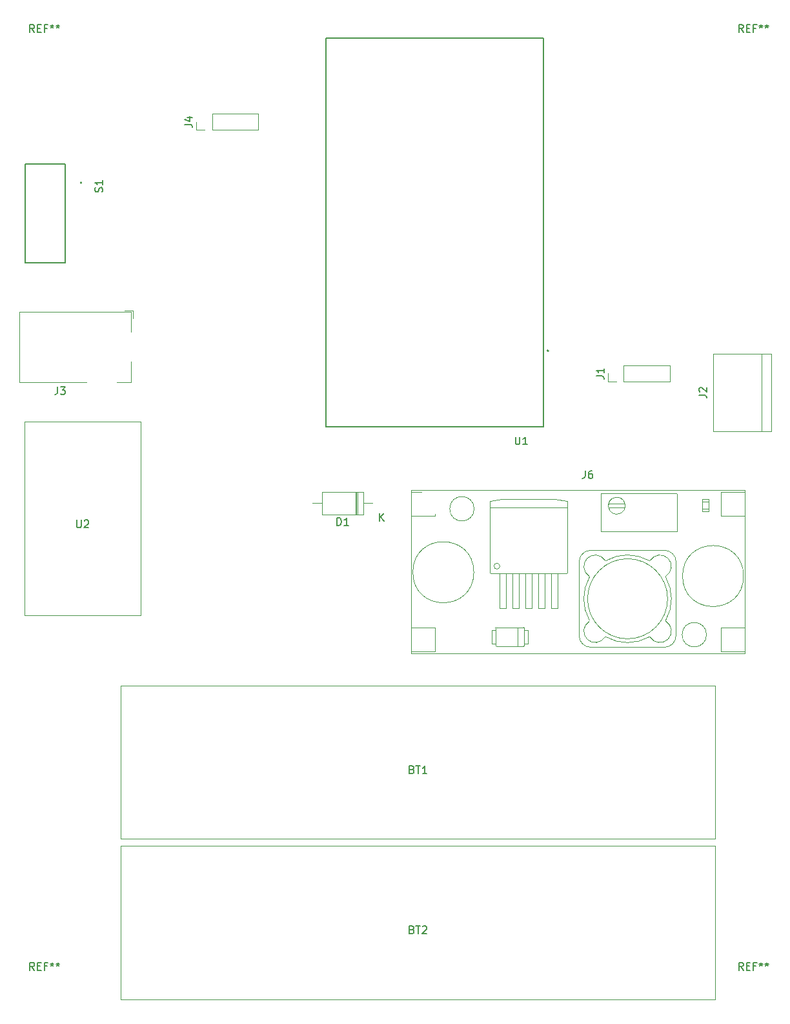
<source format=gbr>
%TF.GenerationSoftware,KiCad,Pcbnew,8.0.8*%
%TF.CreationDate,2025-03-04T12:02:19-05:00*%
%TF.ProjectId,Proyecto PCB,50726f79-6563-4746-9f20-5043422e6b69,rev?*%
%TF.SameCoordinates,Original*%
%TF.FileFunction,Legend,Top*%
%TF.FilePolarity,Positive*%
%FSLAX46Y46*%
G04 Gerber Fmt 4.6, Leading zero omitted, Abs format (unit mm)*
G04 Created by KiCad (PCBNEW 8.0.8) date 2025-03-04 12:02:19*
%MOMM*%
%LPD*%
G01*
G04 APERTURE LIST*
%ADD10C,0.150000*%
%ADD11C,0.120000*%
%ADD12C,0.127000*%
%ADD13C,0.200000*%
G04 APERTURE END LIST*
D10*
X62216666Y-83247319D02*
X62216666Y-83961604D01*
X62216666Y-83961604D02*
X62169047Y-84104461D01*
X62169047Y-84104461D02*
X62073809Y-84199700D01*
X62073809Y-84199700D02*
X61930952Y-84247319D01*
X61930952Y-84247319D02*
X61835714Y-84247319D01*
X62597619Y-83247319D02*
X63216666Y-83247319D01*
X63216666Y-83247319D02*
X62883333Y-83628271D01*
X62883333Y-83628271D02*
X63026190Y-83628271D01*
X63026190Y-83628271D02*
X63121428Y-83675890D01*
X63121428Y-83675890D02*
X63169047Y-83723509D01*
X63169047Y-83723509D02*
X63216666Y-83818747D01*
X63216666Y-83818747D02*
X63216666Y-84056842D01*
X63216666Y-84056842D02*
X63169047Y-84152080D01*
X63169047Y-84152080D02*
X63121428Y-84199700D01*
X63121428Y-84199700D02*
X63026190Y-84247319D01*
X63026190Y-84247319D02*
X62740476Y-84247319D01*
X62740476Y-84247319D02*
X62645238Y-84199700D01*
X62645238Y-84199700D02*
X62597619Y-84152080D01*
X132894819Y-81833333D02*
X133609104Y-81833333D01*
X133609104Y-81833333D02*
X133751961Y-81880952D01*
X133751961Y-81880952D02*
X133847200Y-81976190D01*
X133847200Y-81976190D02*
X133894819Y-82119047D01*
X133894819Y-82119047D02*
X133894819Y-82214285D01*
X133894819Y-80833333D02*
X133894819Y-81404761D01*
X133894819Y-81119047D02*
X132894819Y-81119047D01*
X132894819Y-81119047D02*
X133037676Y-81214285D01*
X133037676Y-81214285D02*
X133132914Y-81309523D01*
X133132914Y-81309523D02*
X133180533Y-81404761D01*
X98881905Y-101424819D02*
X98881905Y-100424819D01*
X98881905Y-100424819D02*
X99120000Y-100424819D01*
X99120000Y-100424819D02*
X99262857Y-100472438D01*
X99262857Y-100472438D02*
X99358095Y-100567676D01*
X99358095Y-100567676D02*
X99405714Y-100662914D01*
X99405714Y-100662914D02*
X99453333Y-100853390D01*
X99453333Y-100853390D02*
X99453333Y-100996247D01*
X99453333Y-100996247D02*
X99405714Y-101186723D01*
X99405714Y-101186723D02*
X99358095Y-101281961D01*
X99358095Y-101281961D02*
X99262857Y-101377200D01*
X99262857Y-101377200D02*
X99120000Y-101424819D01*
X99120000Y-101424819D02*
X98881905Y-101424819D01*
X100405714Y-101424819D02*
X99834286Y-101424819D01*
X100120000Y-101424819D02*
X100120000Y-100424819D01*
X100120000Y-100424819D02*
X100024762Y-100567676D01*
X100024762Y-100567676D02*
X99929524Y-100662914D01*
X99929524Y-100662914D02*
X99834286Y-100710533D01*
X104438095Y-100854819D02*
X104438095Y-99854819D01*
X105009523Y-100854819D02*
X104580952Y-100283390D01*
X105009523Y-99854819D02*
X104438095Y-100426247D01*
X64738095Y-100724819D02*
X64738095Y-101534342D01*
X64738095Y-101534342D02*
X64785714Y-101629580D01*
X64785714Y-101629580D02*
X64833333Y-101677200D01*
X64833333Y-101677200D02*
X64928571Y-101724819D01*
X64928571Y-101724819D02*
X65119047Y-101724819D01*
X65119047Y-101724819D02*
X65214285Y-101677200D01*
X65214285Y-101677200D02*
X65261904Y-101629580D01*
X65261904Y-101629580D02*
X65309523Y-101534342D01*
X65309523Y-101534342D02*
X65309523Y-100724819D01*
X65738095Y-100820057D02*
X65785714Y-100772438D01*
X65785714Y-100772438D02*
X65880952Y-100724819D01*
X65880952Y-100724819D02*
X66119047Y-100724819D01*
X66119047Y-100724819D02*
X66214285Y-100772438D01*
X66214285Y-100772438D02*
X66261904Y-100820057D01*
X66261904Y-100820057D02*
X66309523Y-100915295D01*
X66309523Y-100915295D02*
X66309523Y-101010533D01*
X66309523Y-101010533D02*
X66261904Y-101153390D01*
X66261904Y-101153390D02*
X65690476Y-101724819D01*
X65690476Y-101724819D02*
X66309523Y-101724819D01*
X152166666Y-36754819D02*
X151833333Y-36278628D01*
X151595238Y-36754819D02*
X151595238Y-35754819D01*
X151595238Y-35754819D02*
X151976190Y-35754819D01*
X151976190Y-35754819D02*
X152071428Y-35802438D01*
X152071428Y-35802438D02*
X152119047Y-35850057D01*
X152119047Y-35850057D02*
X152166666Y-35945295D01*
X152166666Y-35945295D02*
X152166666Y-36088152D01*
X152166666Y-36088152D02*
X152119047Y-36183390D01*
X152119047Y-36183390D02*
X152071428Y-36231009D01*
X152071428Y-36231009D02*
X151976190Y-36278628D01*
X151976190Y-36278628D02*
X151595238Y-36278628D01*
X152595238Y-36231009D02*
X152928571Y-36231009D01*
X153071428Y-36754819D02*
X152595238Y-36754819D01*
X152595238Y-36754819D02*
X152595238Y-35754819D01*
X152595238Y-35754819D02*
X153071428Y-35754819D01*
X153833333Y-36231009D02*
X153500000Y-36231009D01*
X153500000Y-36754819D02*
X153500000Y-35754819D01*
X153500000Y-35754819D02*
X153976190Y-35754819D01*
X154500000Y-35754819D02*
X154500000Y-35992914D01*
X154261905Y-35897676D02*
X154500000Y-35992914D01*
X154500000Y-35992914D02*
X154738095Y-35897676D01*
X154357143Y-36183390D02*
X154500000Y-35992914D01*
X154500000Y-35992914D02*
X154642857Y-36183390D01*
X155261905Y-35754819D02*
X155261905Y-35992914D01*
X155023810Y-35897676D02*
X155261905Y-35992914D01*
X155261905Y-35992914D02*
X155500000Y-35897676D01*
X155119048Y-36183390D02*
X155261905Y-35992914D01*
X155261905Y-35992914D02*
X155404762Y-36183390D01*
X146374819Y-84333333D02*
X147089104Y-84333333D01*
X147089104Y-84333333D02*
X147231961Y-84380952D01*
X147231961Y-84380952D02*
X147327200Y-84476190D01*
X147327200Y-84476190D02*
X147374819Y-84619047D01*
X147374819Y-84619047D02*
X147374819Y-84714285D01*
X146470057Y-83904761D02*
X146422438Y-83857142D01*
X146422438Y-83857142D02*
X146374819Y-83761904D01*
X146374819Y-83761904D02*
X146374819Y-83523809D01*
X146374819Y-83523809D02*
X146422438Y-83428571D01*
X146422438Y-83428571D02*
X146470057Y-83380952D01*
X146470057Y-83380952D02*
X146565295Y-83333333D01*
X146565295Y-83333333D02*
X146660533Y-83333333D01*
X146660533Y-83333333D02*
X146803390Y-83380952D01*
X146803390Y-83380952D02*
X147374819Y-83952380D01*
X147374819Y-83952380D02*
X147374819Y-83333333D01*
X59166666Y-36754819D02*
X58833333Y-36278628D01*
X58595238Y-36754819D02*
X58595238Y-35754819D01*
X58595238Y-35754819D02*
X58976190Y-35754819D01*
X58976190Y-35754819D02*
X59071428Y-35802438D01*
X59071428Y-35802438D02*
X59119047Y-35850057D01*
X59119047Y-35850057D02*
X59166666Y-35945295D01*
X59166666Y-35945295D02*
X59166666Y-36088152D01*
X59166666Y-36088152D02*
X59119047Y-36183390D01*
X59119047Y-36183390D02*
X59071428Y-36231009D01*
X59071428Y-36231009D02*
X58976190Y-36278628D01*
X58976190Y-36278628D02*
X58595238Y-36278628D01*
X59595238Y-36231009D02*
X59928571Y-36231009D01*
X60071428Y-36754819D02*
X59595238Y-36754819D01*
X59595238Y-36754819D02*
X59595238Y-35754819D01*
X59595238Y-35754819D02*
X60071428Y-35754819D01*
X60833333Y-36231009D02*
X60500000Y-36231009D01*
X60500000Y-36754819D02*
X60500000Y-35754819D01*
X60500000Y-35754819D02*
X60976190Y-35754819D01*
X61500000Y-35754819D02*
X61500000Y-35992914D01*
X61261905Y-35897676D02*
X61500000Y-35992914D01*
X61500000Y-35992914D02*
X61738095Y-35897676D01*
X61357143Y-36183390D02*
X61500000Y-35992914D01*
X61500000Y-35992914D02*
X61642857Y-36183390D01*
X62261905Y-35754819D02*
X62261905Y-35992914D01*
X62023810Y-35897676D02*
X62261905Y-35992914D01*
X62261905Y-35992914D02*
X62500000Y-35897676D01*
X62119048Y-36183390D02*
X62261905Y-35992914D01*
X62261905Y-35992914D02*
X62404762Y-36183390D01*
X108714285Y-154431009D02*
X108857142Y-154478628D01*
X108857142Y-154478628D02*
X108904761Y-154526247D01*
X108904761Y-154526247D02*
X108952380Y-154621485D01*
X108952380Y-154621485D02*
X108952380Y-154764342D01*
X108952380Y-154764342D02*
X108904761Y-154859580D01*
X108904761Y-154859580D02*
X108857142Y-154907200D01*
X108857142Y-154907200D02*
X108761904Y-154954819D01*
X108761904Y-154954819D02*
X108380952Y-154954819D01*
X108380952Y-154954819D02*
X108380952Y-153954819D01*
X108380952Y-153954819D02*
X108714285Y-153954819D01*
X108714285Y-153954819D02*
X108809523Y-154002438D01*
X108809523Y-154002438D02*
X108857142Y-154050057D01*
X108857142Y-154050057D02*
X108904761Y-154145295D01*
X108904761Y-154145295D02*
X108904761Y-154240533D01*
X108904761Y-154240533D02*
X108857142Y-154335771D01*
X108857142Y-154335771D02*
X108809523Y-154383390D01*
X108809523Y-154383390D02*
X108714285Y-154431009D01*
X108714285Y-154431009D02*
X108380952Y-154431009D01*
X109238095Y-153954819D02*
X109809523Y-153954819D01*
X109523809Y-154954819D02*
X109523809Y-153954819D01*
X110095238Y-154050057D02*
X110142857Y-154002438D01*
X110142857Y-154002438D02*
X110238095Y-153954819D01*
X110238095Y-153954819D02*
X110476190Y-153954819D01*
X110476190Y-153954819D02*
X110571428Y-154002438D01*
X110571428Y-154002438D02*
X110619047Y-154050057D01*
X110619047Y-154050057D02*
X110666666Y-154145295D01*
X110666666Y-154145295D02*
X110666666Y-154240533D01*
X110666666Y-154240533D02*
X110619047Y-154383390D01*
X110619047Y-154383390D02*
X110047619Y-154954819D01*
X110047619Y-154954819D02*
X110666666Y-154954819D01*
X122293095Y-89814819D02*
X122293095Y-90624342D01*
X122293095Y-90624342D02*
X122340714Y-90719580D01*
X122340714Y-90719580D02*
X122388333Y-90767200D01*
X122388333Y-90767200D02*
X122483571Y-90814819D01*
X122483571Y-90814819D02*
X122674047Y-90814819D01*
X122674047Y-90814819D02*
X122769285Y-90767200D01*
X122769285Y-90767200D02*
X122816904Y-90719580D01*
X122816904Y-90719580D02*
X122864523Y-90624342D01*
X122864523Y-90624342D02*
X122864523Y-89814819D01*
X123864523Y-90814819D02*
X123293095Y-90814819D01*
X123578809Y-90814819D02*
X123578809Y-89814819D01*
X123578809Y-89814819D02*
X123483571Y-89957676D01*
X123483571Y-89957676D02*
X123388333Y-90052914D01*
X123388333Y-90052914D02*
X123293095Y-90100533D01*
X78894819Y-48833333D02*
X79609104Y-48833333D01*
X79609104Y-48833333D02*
X79751961Y-48880952D01*
X79751961Y-48880952D02*
X79847200Y-48976190D01*
X79847200Y-48976190D02*
X79894819Y-49119047D01*
X79894819Y-49119047D02*
X79894819Y-49214285D01*
X79228152Y-47928571D02*
X79894819Y-47928571D01*
X78847200Y-48166666D02*
X79561485Y-48404761D01*
X79561485Y-48404761D02*
X79561485Y-47785714D01*
X68090759Y-57690872D02*
X68138426Y-57547871D01*
X68138426Y-57547871D02*
X68138426Y-57309536D01*
X68138426Y-57309536D02*
X68090759Y-57214202D01*
X68090759Y-57214202D02*
X68043091Y-57166535D01*
X68043091Y-57166535D02*
X67947757Y-57118868D01*
X67947757Y-57118868D02*
X67852423Y-57118868D01*
X67852423Y-57118868D02*
X67757089Y-57166535D01*
X67757089Y-57166535D02*
X67709422Y-57214202D01*
X67709422Y-57214202D02*
X67661755Y-57309536D01*
X67661755Y-57309536D02*
X67614088Y-57500204D01*
X67614088Y-57500204D02*
X67566421Y-57595538D01*
X67566421Y-57595538D02*
X67518754Y-57643205D01*
X67518754Y-57643205D02*
X67423420Y-57690872D01*
X67423420Y-57690872D02*
X67328086Y-57690872D01*
X67328086Y-57690872D02*
X67232752Y-57643205D01*
X67232752Y-57643205D02*
X67185085Y-57595538D01*
X67185085Y-57595538D02*
X67137418Y-57500204D01*
X67137418Y-57500204D02*
X67137418Y-57261869D01*
X67137418Y-57261869D02*
X67185085Y-57118868D01*
X68138426Y-56165527D02*
X68138426Y-56737531D01*
X68138426Y-56451529D02*
X67137418Y-56451529D01*
X67137418Y-56451529D02*
X67280419Y-56546863D01*
X67280419Y-56546863D02*
X67375753Y-56642197D01*
X67375753Y-56642197D02*
X67423420Y-56737531D01*
X108714285Y-133431009D02*
X108857142Y-133478628D01*
X108857142Y-133478628D02*
X108904761Y-133526247D01*
X108904761Y-133526247D02*
X108952380Y-133621485D01*
X108952380Y-133621485D02*
X108952380Y-133764342D01*
X108952380Y-133764342D02*
X108904761Y-133859580D01*
X108904761Y-133859580D02*
X108857142Y-133907200D01*
X108857142Y-133907200D02*
X108761904Y-133954819D01*
X108761904Y-133954819D02*
X108380952Y-133954819D01*
X108380952Y-133954819D02*
X108380952Y-132954819D01*
X108380952Y-132954819D02*
X108714285Y-132954819D01*
X108714285Y-132954819D02*
X108809523Y-133002438D01*
X108809523Y-133002438D02*
X108857142Y-133050057D01*
X108857142Y-133050057D02*
X108904761Y-133145295D01*
X108904761Y-133145295D02*
X108904761Y-133240533D01*
X108904761Y-133240533D02*
X108857142Y-133335771D01*
X108857142Y-133335771D02*
X108809523Y-133383390D01*
X108809523Y-133383390D02*
X108714285Y-133431009D01*
X108714285Y-133431009D02*
X108380952Y-133431009D01*
X109238095Y-132954819D02*
X109809523Y-132954819D01*
X109523809Y-133954819D02*
X109523809Y-132954819D01*
X110666666Y-133954819D02*
X110095238Y-133954819D01*
X110380952Y-133954819D02*
X110380952Y-132954819D01*
X110380952Y-132954819D02*
X110285714Y-133097676D01*
X110285714Y-133097676D02*
X110190476Y-133192914D01*
X110190476Y-133192914D02*
X110095238Y-133240533D01*
X152166666Y-159754819D02*
X151833333Y-159278628D01*
X151595238Y-159754819D02*
X151595238Y-158754819D01*
X151595238Y-158754819D02*
X151976190Y-158754819D01*
X151976190Y-158754819D02*
X152071428Y-158802438D01*
X152071428Y-158802438D02*
X152119047Y-158850057D01*
X152119047Y-158850057D02*
X152166666Y-158945295D01*
X152166666Y-158945295D02*
X152166666Y-159088152D01*
X152166666Y-159088152D02*
X152119047Y-159183390D01*
X152119047Y-159183390D02*
X152071428Y-159231009D01*
X152071428Y-159231009D02*
X151976190Y-159278628D01*
X151976190Y-159278628D02*
X151595238Y-159278628D01*
X152595238Y-159231009D02*
X152928571Y-159231009D01*
X153071428Y-159754819D02*
X152595238Y-159754819D01*
X152595238Y-159754819D02*
X152595238Y-158754819D01*
X152595238Y-158754819D02*
X153071428Y-158754819D01*
X153833333Y-159231009D02*
X153500000Y-159231009D01*
X153500000Y-159754819D02*
X153500000Y-158754819D01*
X153500000Y-158754819D02*
X153976190Y-158754819D01*
X154500000Y-158754819D02*
X154500000Y-158992914D01*
X154261905Y-158897676D02*
X154500000Y-158992914D01*
X154500000Y-158992914D02*
X154738095Y-158897676D01*
X154357143Y-159183390D02*
X154500000Y-158992914D01*
X154500000Y-158992914D02*
X154642857Y-159183390D01*
X155261905Y-158754819D02*
X155261905Y-158992914D01*
X155023810Y-158897676D02*
X155261905Y-158992914D01*
X155261905Y-158992914D02*
X155500000Y-158897676D01*
X155119048Y-159183390D02*
X155261905Y-158992914D01*
X155261905Y-158992914D02*
X155404762Y-159183390D01*
X131436666Y-94254819D02*
X131436666Y-94969104D01*
X131436666Y-94969104D02*
X131389047Y-95111961D01*
X131389047Y-95111961D02*
X131293809Y-95207200D01*
X131293809Y-95207200D02*
X131150952Y-95254819D01*
X131150952Y-95254819D02*
X131055714Y-95254819D01*
X132341428Y-94254819D02*
X132150952Y-94254819D01*
X132150952Y-94254819D02*
X132055714Y-94302438D01*
X132055714Y-94302438D02*
X132008095Y-94350057D01*
X132008095Y-94350057D02*
X131912857Y-94492914D01*
X131912857Y-94492914D02*
X131865238Y-94683390D01*
X131865238Y-94683390D02*
X131865238Y-95064342D01*
X131865238Y-95064342D02*
X131912857Y-95159580D01*
X131912857Y-95159580D02*
X131960476Y-95207200D01*
X131960476Y-95207200D02*
X132055714Y-95254819D01*
X132055714Y-95254819D02*
X132246190Y-95254819D01*
X132246190Y-95254819D02*
X132341428Y-95207200D01*
X132341428Y-95207200D02*
X132389047Y-95159580D01*
X132389047Y-95159580D02*
X132436666Y-95064342D01*
X132436666Y-95064342D02*
X132436666Y-94826247D01*
X132436666Y-94826247D02*
X132389047Y-94731009D01*
X132389047Y-94731009D02*
X132341428Y-94683390D01*
X132341428Y-94683390D02*
X132246190Y-94635771D01*
X132246190Y-94635771D02*
X132055714Y-94635771D01*
X132055714Y-94635771D02*
X131960476Y-94683390D01*
X131960476Y-94683390D02*
X131912857Y-94731009D01*
X131912857Y-94731009D02*
X131865238Y-94826247D01*
X59166666Y-159754819D02*
X58833333Y-159278628D01*
X58595238Y-159754819D02*
X58595238Y-158754819D01*
X58595238Y-158754819D02*
X58976190Y-158754819D01*
X58976190Y-158754819D02*
X59071428Y-158802438D01*
X59071428Y-158802438D02*
X59119047Y-158850057D01*
X59119047Y-158850057D02*
X59166666Y-158945295D01*
X59166666Y-158945295D02*
X59166666Y-159088152D01*
X59166666Y-159088152D02*
X59119047Y-159183390D01*
X59119047Y-159183390D02*
X59071428Y-159231009D01*
X59071428Y-159231009D02*
X58976190Y-159278628D01*
X58976190Y-159278628D02*
X58595238Y-159278628D01*
X59595238Y-159231009D02*
X59928571Y-159231009D01*
X60071428Y-159754819D02*
X59595238Y-159754819D01*
X59595238Y-159754819D02*
X59595238Y-158754819D01*
X59595238Y-158754819D02*
X60071428Y-158754819D01*
X60833333Y-159231009D02*
X60500000Y-159231009D01*
X60500000Y-159754819D02*
X60500000Y-158754819D01*
X60500000Y-158754819D02*
X60976190Y-158754819D01*
X61500000Y-158754819D02*
X61500000Y-158992914D01*
X61261905Y-158897676D02*
X61500000Y-158992914D01*
X61500000Y-158992914D02*
X61738095Y-158897676D01*
X61357143Y-159183390D02*
X61500000Y-158992914D01*
X61500000Y-158992914D02*
X61642857Y-159183390D01*
X62261905Y-158754819D02*
X62261905Y-158992914D01*
X62023810Y-158897676D02*
X62261905Y-158992914D01*
X62261905Y-158992914D02*
X62500000Y-158897676D01*
X62119048Y-159183390D02*
X62261905Y-158992914D01*
X62261905Y-158992914D02*
X62404762Y-159183390D01*
D11*
%TO.C,J3*%
X57200000Y-73442500D02*
X71900000Y-73442500D01*
X57200000Y-82642500D02*
X57200000Y-73442500D01*
X66000000Y-82642500D02*
X57200000Y-82642500D01*
X71050000Y-73242500D02*
X72100000Y-73242500D01*
X71900000Y-73442500D02*
X71900000Y-76042500D01*
X71900000Y-79942500D02*
X71900000Y-82642500D01*
X71900000Y-82642500D02*
X70000000Y-82642500D01*
X72100000Y-74292500D02*
X72100000Y-73242500D01*
%TO.C,J1*%
X134440000Y-82560000D02*
X134440000Y-81500000D01*
X135500000Y-82560000D02*
X134440000Y-82560000D01*
X136500000Y-80440000D02*
X142560000Y-80440000D01*
X136500000Y-82560000D02*
X136500000Y-80440000D01*
X136500000Y-82560000D02*
X142560000Y-82560000D01*
X142560000Y-82560000D02*
X142560000Y-80440000D01*
%TO.C,D1*%
X95680000Y-98500000D02*
X96900000Y-98500000D01*
X96900000Y-97030000D02*
X96900000Y-99970000D01*
X96900000Y-99970000D02*
X102340000Y-99970000D01*
X101320000Y-99970000D02*
X101320000Y-97030000D01*
X101440000Y-99970000D02*
X101440000Y-97030000D01*
X101560000Y-99970000D02*
X101560000Y-97030000D01*
X102340000Y-97030000D02*
X96900000Y-97030000D01*
X102340000Y-99970000D02*
X102340000Y-97030000D01*
X103560000Y-98500000D02*
X102340000Y-98500000D01*
%TO.C,U2*%
X57880000Y-87800000D02*
X73120000Y-87800000D01*
X73120000Y-113200000D01*
X57880000Y-113200000D01*
X57880000Y-87800000D01*
%TO.C,J2*%
X148190000Y-78920000D02*
X148190000Y-89080000D01*
X148190000Y-89080000D02*
X155810000Y-89080000D01*
X154540000Y-78920000D02*
X154540000Y-89080000D01*
X155810000Y-78920000D02*
X148190000Y-78920000D01*
X155810000Y-89080000D02*
X155810000Y-78920000D01*
%TO.C,BT2*%
X70500000Y-143450000D02*
X148500000Y-143450000D01*
X70500000Y-163550000D02*
X70500000Y-143450000D01*
X148500000Y-143450000D02*
X148500000Y-163550000D01*
X148500000Y-163550000D02*
X70500000Y-163550000D01*
D12*
%TO.C,U1*%
X97470000Y-37525000D02*
X125980000Y-37525000D01*
X97470000Y-88475000D02*
X97470000Y-37525000D01*
X97470000Y-88475000D02*
X97470000Y-37525000D01*
X102920000Y-37525000D02*
X97470000Y-37525000D01*
X108200000Y-88475000D02*
X97470000Y-88475000D01*
X114911000Y-88475000D02*
X108200000Y-88475000D01*
X120610000Y-37525000D02*
X102920000Y-37525000D01*
X125980000Y-37525000D02*
X120610000Y-37525000D01*
X125980000Y-37525000D02*
X125980000Y-88475000D01*
X125980000Y-37525000D02*
X125980000Y-88475000D01*
X125980000Y-88475000D02*
X97470000Y-88475000D01*
X125980000Y-88475000D02*
X114911000Y-88475000D01*
D13*
X126650000Y-78515000D02*
G75*
G02*
X126450000Y-78515000I-100000J0D01*
G01*
X126450000Y-78515000D02*
G75*
G02*
X126650000Y-78515000I100000J0D01*
G01*
D11*
%TO.C,J4*%
X80440000Y-49560000D02*
X80440000Y-48500000D01*
X81500000Y-49560000D02*
X80440000Y-49560000D01*
X82500000Y-47440000D02*
X88560000Y-47440000D01*
X82500000Y-49560000D02*
X82500000Y-47440000D01*
X82500000Y-49560000D02*
X88560000Y-49560000D01*
X88560000Y-49560000D02*
X88560000Y-47440000D01*
D12*
%TO.C,S1*%
X57997500Y-54000000D02*
X57997500Y-67000000D01*
X57997500Y-67000000D02*
X63197500Y-67000000D01*
X63197500Y-54000000D02*
X57997500Y-54000000D01*
X63197500Y-67000000D02*
X63197500Y-54000000D01*
D13*
X65397500Y-56500000D02*
G75*
G02*
X65197500Y-56500000I-100000J0D01*
G01*
X65197500Y-56500000D02*
G75*
G02*
X65397500Y-56500000I100000J0D01*
G01*
D11*
%TO.C,BT1*%
X70500000Y-122450000D02*
X148500000Y-122450000D01*
X70500000Y-142550000D02*
X70500000Y-122450000D01*
X148500000Y-122450000D02*
X148500000Y-142550000D01*
X148500000Y-142550000D02*
X70500000Y-142550000D01*
%TO.C,J6*%
X108625000Y-96775000D02*
X108625000Y-118225000D01*
X108625000Y-118225000D02*
X152375000Y-118225000D01*
X108630000Y-97030000D02*
X109930000Y-97030000D01*
X108630000Y-100185000D02*
X111760000Y-100190000D01*
X108630000Y-114810000D02*
X111760000Y-114810000D01*
X108630000Y-117970000D02*
X111760000Y-117970000D01*
X111760000Y-99880000D02*
X111760000Y-100190000D01*
X111760000Y-114810000D02*
X111760000Y-117970000D01*
X118929233Y-99614149D02*
X118929233Y-99775687D01*
X118930233Y-98247610D02*
X120580233Y-97956671D01*
X118930233Y-107599106D02*
X118930233Y-98247610D01*
X118930233Y-107599106D02*
X119007797Y-107676670D01*
X119007797Y-107676670D02*
X129012670Y-107676670D01*
X119211636Y-115168217D02*
X119661636Y-115168217D01*
X119211636Y-116918217D02*
X119211636Y-115168217D01*
X119661636Y-116918217D02*
X119211636Y-116918217D01*
X119661636Y-117193217D02*
X119661636Y-114893217D01*
X119761636Y-114793217D02*
X123361636Y-114793217D01*
X120190233Y-112306670D02*
X120190233Y-107676670D01*
X120190233Y-112306670D02*
X121030233Y-112306670D01*
X120580233Y-97956671D02*
X127440233Y-97956671D01*
X121030233Y-112306670D02*
X121030233Y-107676670D01*
X121890233Y-112306670D02*
X121890233Y-107676670D01*
X121890233Y-112306670D02*
X122730233Y-112306670D01*
X122591358Y-114893217D02*
X122591358Y-117193217D01*
X122730233Y-112306670D02*
X122730233Y-107676670D01*
X123361636Y-117293217D02*
X119761636Y-117293217D01*
X123461636Y-114893217D02*
X123461636Y-117193217D01*
X123461636Y-115168217D02*
X123911636Y-115168217D01*
X123462636Y-115404696D02*
X123462636Y-115310144D01*
X123590233Y-112306670D02*
X123590233Y-107676670D01*
X123590233Y-112306670D02*
X124430233Y-112306670D01*
X123911636Y-115168217D02*
X123911636Y-116918217D01*
X123911636Y-116918217D02*
X123461636Y-116918217D01*
X124430233Y-112306670D02*
X124430233Y-107676670D01*
X125290233Y-112306670D02*
X125290233Y-107676670D01*
X125290233Y-112306670D02*
X126130233Y-112306670D01*
X126130233Y-112306670D02*
X126130233Y-107676670D01*
X126990233Y-112306670D02*
X126990233Y-107676670D01*
X126990233Y-112306670D02*
X127830233Y-112306670D01*
X127440233Y-97956671D02*
X129090233Y-98247610D01*
X127830233Y-112306670D02*
X127830233Y-107676670D01*
X129012670Y-107676670D02*
X129090233Y-107599106D01*
X129090233Y-99036670D02*
X118930233Y-99036670D01*
X129090233Y-107599106D02*
X129090233Y-98247610D01*
X130647397Y-106195796D02*
X130647397Y-115895796D01*
X132147397Y-117395796D02*
X141847397Y-117395796D01*
X133479783Y-102192294D02*
X133479783Y-97292295D01*
X133529783Y-97242295D02*
X143429783Y-97242295D01*
X134516385Y-98560900D02*
X134540553Y-98592295D01*
X134528594Y-98617294D02*
X134504147Y-98612062D01*
X134528594Y-98617294D02*
X134535764Y-98586075D01*
X134528594Y-98617294D02*
X134540553Y-98592295D01*
X134540553Y-99092294D02*
X136619014Y-99092294D01*
X136619014Y-98592295D02*
X134540553Y-98592295D01*
X141847397Y-104695796D02*
X132147397Y-104695796D01*
X142038978Y-97241295D02*
X141994106Y-97241295D01*
X142122312Y-97241295D02*
X142088357Y-97241295D01*
X143347397Y-115895796D02*
X143347397Y-106195796D01*
X143429783Y-102242294D02*
X133529783Y-102242294D01*
X143479783Y-97292295D02*
X143479783Y-102192294D01*
X146828681Y-98310296D02*
X147628681Y-98310296D01*
X146828681Y-99590295D02*
X146828681Y-97990296D01*
X147628681Y-97990296D02*
X146828681Y-97990296D01*
X147628681Y-97990296D02*
X147628681Y-99590295D01*
X147628681Y-99270295D02*
X146828681Y-99270295D01*
X147628681Y-99590295D02*
X146828681Y-99590295D01*
X149240000Y-97030000D02*
X152355000Y-97030000D01*
X149240000Y-100190000D02*
X149240000Y-97030000D01*
X149240000Y-100190000D02*
X152400000Y-100190000D01*
X149240000Y-114810000D02*
X152355000Y-114810000D01*
X149240000Y-117970000D02*
X149240000Y-114810000D01*
X149240000Y-117970000D02*
X152355000Y-117970000D01*
X152375000Y-96775000D02*
X108625000Y-96775000D01*
X152375000Y-118225000D02*
X152375000Y-96775000D01*
X119661636Y-114893217D02*
G75*
G02*
X119761636Y-114793236I99964J17D01*
G01*
X119761636Y-117293217D02*
G75*
G02*
X119661683Y-117193217I-36J99917D01*
G01*
X123361636Y-114793217D02*
G75*
G02*
X123461683Y-114893217I-36J-100083D01*
G01*
X123461636Y-117193217D02*
G75*
G02*
X123361636Y-117293236I-100036J17D01*
G01*
X130647397Y-106195796D02*
G75*
G02*
X132147397Y-104695797I1500003J-4D01*
G01*
X131961131Y-108076010D02*
G75*
G02*
X131995191Y-108210168I-52731J-84790D01*
G01*
X131961132Y-108076011D02*
G75*
G02*
X134027611Y-106009531I793628J1272851D01*
G01*
X131995217Y-113881409D02*
G75*
G02*
X131961118Y-114015560I-87017J-49291D01*
G01*
X131995218Y-113881410D02*
G75*
G02*
X131995221Y-108210185I5002182J2835610D01*
G01*
X132147397Y-117395796D02*
G75*
G02*
X130647404Y-115895796I3J1499996D01*
G01*
X133479783Y-97292295D02*
G75*
G02*
X133529783Y-97242283I50017J-5D01*
G01*
X133529783Y-102242294D02*
G75*
G02*
X133479806Y-102192294I17J49994D01*
G01*
X134027611Y-116082062D02*
G75*
G02*
X131961137Y-114015590I-1272811J793662D01*
G01*
X134027611Y-116082062D02*
G75*
G02*
X134161816Y-116047918I84889J-52838D01*
G01*
X134161783Y-106043617D02*
G75*
G02*
X134027612Y-106009530I-49283J87117D01*
G01*
X134161784Y-106043617D02*
G75*
G02*
X139833011Y-106043617I2835614J-5002178D01*
G01*
X134504148Y-99072527D02*
G75*
G02*
X134516385Y-99123690I1075652J230227D01*
G01*
X139833011Y-116047976D02*
G75*
G02*
X134161783Y-116047976I-2835614J5002180D01*
G01*
X139833011Y-116047976D02*
G75*
G02*
X139967162Y-116082075I49289J-87024D01*
G01*
X139967183Y-106009531D02*
G75*
G02*
X139832998Y-106043641I-84883J52931D01*
G01*
X139967183Y-106009531D02*
G75*
G02*
X142033667Y-108076018I1272817J-793669D01*
G01*
X141847397Y-104695796D02*
G75*
G02*
X143347404Y-106195796I3J-1500004D01*
G01*
X141999576Y-108210183D02*
G75*
G02*
X141999579Y-113881412I-5002176J-2835617D01*
G01*
X141999577Y-108210184D02*
G75*
G02*
X142033662Y-108076010I87123J49284D01*
G01*
X142033662Y-114015582D02*
G75*
G02*
X139967182Y-116082062I-793622J-1272858D01*
G01*
X142033663Y-114015583D02*
G75*
G02*
X141999555Y-113881398I52937J84883D01*
G01*
X143347397Y-115895796D02*
G75*
G02*
X141847397Y-117395797I-1499997J-4D01*
G01*
X143429783Y-97242295D02*
G75*
G02*
X143479805Y-97292295I17J-50005D01*
G01*
X143479783Y-102192294D02*
G75*
G02*
X143429783Y-102242283I-49983J-6D01*
G01*
X116826666Y-107567418D02*
G75*
G02*
X108826666Y-107567418I-4000000J0D01*
G01*
X108826666Y-107567418D02*
G75*
G02*
X116826666Y-107567418I4000000J0D01*
G01*
X116858999Y-99245000D02*
G75*
G02*
X113661001Y-99245000I-1598999J0D01*
G01*
X113661001Y-99245000D02*
G75*
G02*
X116858999Y-99245000I1598999J0D01*
G01*
X120228179Y-106764594D02*
G75*
G02*
X119478179Y-106764594I-375000J0D01*
G01*
X119478179Y-106764594D02*
G75*
G02*
X120228179Y-106764594I375000J0D01*
G01*
X142247397Y-111045796D02*
G75*
G02*
X131747397Y-111045796I-5250000J0D01*
G01*
X131747397Y-111045796D02*
G75*
G02*
X142247397Y-111045796I5250000J0D01*
G01*
X147339000Y-115755000D02*
G75*
G02*
X144141000Y-115755000I-1599000J0D01*
G01*
X144141000Y-115755000D02*
G75*
G02*
X147339000Y-115755000I1599000J0D01*
G01*
X152209307Y-108065206D02*
G75*
G02*
X144209307Y-108065206I-4000000J0D01*
G01*
X144209307Y-108065206D02*
G75*
G02*
X152209307Y-108065206I4000000J0D01*
G01*
%TD*%
M02*

</source>
